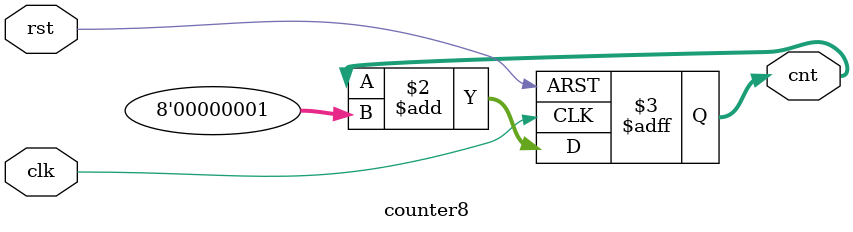
<source format=v>
`timescale 1ns / 1ps


module counter8(clk, rst, cnt);
input clk, rst;
output reg [7:0] cnt;

always @(posedge clk or posedge rst) begin
if(rst) begin
cnt <= 8'b0000_0000;
end
else cnt <= cnt + 8'd1;
end
endmodule

</source>
